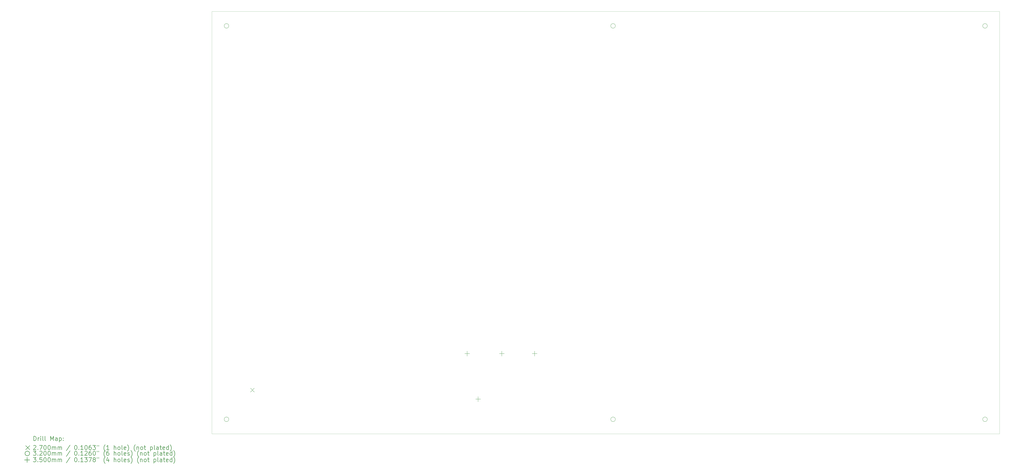
<source format=gbr>
%FSLAX45Y45*%
G04 Gerber Fmt 4.5, Leading zero omitted, Abs format (unit mm)*
G04 Created by KiCad (PCBNEW (5.1.10)-1) date 2022-04-25 14:41:34*
%MOMM*%
%LPD*%
G01*
G04 APERTURE LIST*
%TA.AperFunction,Profile*%
%ADD10C,0.100000*%
%TD*%
%ADD11C,0.200000*%
%ADD12C,0.300000*%
G04 APERTURE END LIST*
D10*
X2540000Y-31998920D02*
X2540000Y-31750000D01*
X55880000Y-31998920D02*
X2540000Y-31998920D01*
X57404000Y-31998920D02*
X55880000Y-31998920D01*
X57404000Y-31744920D02*
X57404000Y-31998920D01*
X57404000Y-31750000D02*
X57404000Y-31734760D01*
X57404000Y-2540000D02*
X57404000Y-31744920D01*
X57150000Y-2540000D02*
X57404000Y-2540000D01*
X2540000Y-31750000D02*
X2540000Y-2540000D01*
X2540000Y-2540000D02*
X57150000Y-2540000D01*
D11*
X5226940Y-28815700D02*
X5496940Y-29085700D01*
X5496940Y-28815700D02*
X5226940Y-29085700D01*
X3716000Y-3550920D02*
G75*
G03*
X3716000Y-3550920I-160000J0D01*
G01*
X3716000Y-30982920D02*
G75*
G03*
X3716000Y-30982920I-160000J0D01*
G01*
X30640000Y-3550920D02*
G75*
G03*
X30640000Y-3550920I-160000J0D01*
G01*
X30640000Y-30982920D02*
G75*
G03*
X30640000Y-30982920I-160000J0D01*
G01*
X56548000Y-3550920D02*
G75*
G03*
X56548000Y-3550920I-160000J0D01*
G01*
X56548000Y-30982920D02*
G75*
G03*
X56548000Y-30982920I-160000J0D01*
G01*
X20320000Y-26226000D02*
X20320000Y-26576000D01*
X20145000Y-26401000D02*
X20495000Y-26401000D01*
X21082000Y-29401000D02*
X21082000Y-29751000D01*
X20907000Y-29576000D02*
X21257000Y-29576000D01*
X22733000Y-26226000D02*
X22733000Y-26576000D01*
X22558000Y-26401000D02*
X22908000Y-26401000D01*
X25019000Y-26226000D02*
X25019000Y-26576000D01*
X24844000Y-26401000D02*
X25194000Y-26401000D01*
D12*
X-9869571Y-32469634D02*
X-9869571Y-32169634D01*
X-9798143Y-32169634D01*
X-9755286Y-32183920D01*
X-9726714Y-32212491D01*
X-9712429Y-32241063D01*
X-9698143Y-32298206D01*
X-9698143Y-32341063D01*
X-9712429Y-32398206D01*
X-9726714Y-32426777D01*
X-9755286Y-32455349D01*
X-9798143Y-32469634D01*
X-9869571Y-32469634D01*
X-9569571Y-32469634D02*
X-9569571Y-32269634D01*
X-9569571Y-32326777D02*
X-9555286Y-32298206D01*
X-9541000Y-32283920D01*
X-9512429Y-32269634D01*
X-9483857Y-32269634D01*
X-9383857Y-32469634D02*
X-9383857Y-32269634D01*
X-9383857Y-32169634D02*
X-9398143Y-32183920D01*
X-9383857Y-32198206D01*
X-9369571Y-32183920D01*
X-9383857Y-32169634D01*
X-9383857Y-32198206D01*
X-9198143Y-32469634D02*
X-9226714Y-32455349D01*
X-9241000Y-32426777D01*
X-9241000Y-32169634D01*
X-9041000Y-32469634D02*
X-9069571Y-32455349D01*
X-9083857Y-32426777D01*
X-9083857Y-32169634D01*
X-8698143Y-32469634D02*
X-8698143Y-32169634D01*
X-8598143Y-32383920D01*
X-8498143Y-32169634D01*
X-8498143Y-32469634D01*
X-8226714Y-32469634D02*
X-8226714Y-32312491D01*
X-8241000Y-32283920D01*
X-8269571Y-32269634D01*
X-8326714Y-32269634D01*
X-8355286Y-32283920D01*
X-8226714Y-32455349D02*
X-8255286Y-32469634D01*
X-8326714Y-32469634D01*
X-8355286Y-32455349D01*
X-8369571Y-32426777D01*
X-8369571Y-32398206D01*
X-8355286Y-32369634D01*
X-8326714Y-32355349D01*
X-8255286Y-32355349D01*
X-8226714Y-32341063D01*
X-8083857Y-32269634D02*
X-8083857Y-32569634D01*
X-8083857Y-32283920D02*
X-8055286Y-32269634D01*
X-7998143Y-32269634D01*
X-7969571Y-32283920D01*
X-7955286Y-32298206D01*
X-7941000Y-32326777D01*
X-7941000Y-32412491D01*
X-7955286Y-32441063D01*
X-7969571Y-32455349D01*
X-7998143Y-32469634D01*
X-8055286Y-32469634D01*
X-8083857Y-32455349D01*
X-7812428Y-32441063D02*
X-7798143Y-32455349D01*
X-7812428Y-32469634D01*
X-7826714Y-32455349D01*
X-7812428Y-32441063D01*
X-7812428Y-32469634D01*
X-7812428Y-32283920D02*
X-7798143Y-32298206D01*
X-7812428Y-32312491D01*
X-7826714Y-32298206D01*
X-7812428Y-32283920D01*
X-7812428Y-32312491D01*
X-10426000Y-32828920D02*
X-10156000Y-33098920D01*
X-10156000Y-32828920D02*
X-10426000Y-33098920D01*
X-9883857Y-32828206D02*
X-9869571Y-32813920D01*
X-9841000Y-32799634D01*
X-9769571Y-32799634D01*
X-9741000Y-32813920D01*
X-9726714Y-32828206D01*
X-9712429Y-32856777D01*
X-9712429Y-32885349D01*
X-9726714Y-32928206D01*
X-9898143Y-33099634D01*
X-9712429Y-33099634D01*
X-9583857Y-33071063D02*
X-9569571Y-33085349D01*
X-9583857Y-33099634D01*
X-9598143Y-33085349D01*
X-9583857Y-33071063D01*
X-9583857Y-33099634D01*
X-9469571Y-32799634D02*
X-9269571Y-32799634D01*
X-9398143Y-33099634D01*
X-9098143Y-32799634D02*
X-9069571Y-32799634D01*
X-9041000Y-32813920D01*
X-9026714Y-32828206D01*
X-9012429Y-32856777D01*
X-8998143Y-32913920D01*
X-8998143Y-32985349D01*
X-9012429Y-33042491D01*
X-9026714Y-33071063D01*
X-9041000Y-33085349D01*
X-9069571Y-33099634D01*
X-9098143Y-33099634D01*
X-9126714Y-33085349D01*
X-9141000Y-33071063D01*
X-9155286Y-33042491D01*
X-9169571Y-32985349D01*
X-9169571Y-32913920D01*
X-9155286Y-32856777D01*
X-9141000Y-32828206D01*
X-9126714Y-32813920D01*
X-9098143Y-32799634D01*
X-8812429Y-32799634D02*
X-8783857Y-32799634D01*
X-8755286Y-32813920D01*
X-8741000Y-32828206D01*
X-8726714Y-32856777D01*
X-8712429Y-32913920D01*
X-8712429Y-32985349D01*
X-8726714Y-33042491D01*
X-8741000Y-33071063D01*
X-8755286Y-33085349D01*
X-8783857Y-33099634D01*
X-8812429Y-33099634D01*
X-8841000Y-33085349D01*
X-8855286Y-33071063D01*
X-8869571Y-33042491D01*
X-8883857Y-32985349D01*
X-8883857Y-32913920D01*
X-8869571Y-32856777D01*
X-8855286Y-32828206D01*
X-8841000Y-32813920D01*
X-8812429Y-32799634D01*
X-8583857Y-33099634D02*
X-8583857Y-32899634D01*
X-8583857Y-32928206D02*
X-8569571Y-32913920D01*
X-8541000Y-32899634D01*
X-8498143Y-32899634D01*
X-8469571Y-32913920D01*
X-8455286Y-32942491D01*
X-8455286Y-33099634D01*
X-8455286Y-32942491D02*
X-8441000Y-32913920D01*
X-8412429Y-32899634D01*
X-8369571Y-32899634D01*
X-8341000Y-32913920D01*
X-8326714Y-32942491D01*
X-8326714Y-33099634D01*
X-8183857Y-33099634D02*
X-8183857Y-32899634D01*
X-8183857Y-32928206D02*
X-8169571Y-32913920D01*
X-8141000Y-32899634D01*
X-8098143Y-32899634D01*
X-8069571Y-32913920D01*
X-8055286Y-32942491D01*
X-8055286Y-33099634D01*
X-8055286Y-32942491D02*
X-8041000Y-32913920D01*
X-8012428Y-32899634D01*
X-7969571Y-32899634D01*
X-7941000Y-32913920D01*
X-7926714Y-32942491D01*
X-7926714Y-33099634D01*
X-7341000Y-32785349D02*
X-7598143Y-33171063D01*
X-6955286Y-32799634D02*
X-6926714Y-32799634D01*
X-6898143Y-32813920D01*
X-6883857Y-32828206D01*
X-6869571Y-32856777D01*
X-6855286Y-32913920D01*
X-6855286Y-32985349D01*
X-6869571Y-33042491D01*
X-6883857Y-33071063D01*
X-6898143Y-33085349D01*
X-6926714Y-33099634D01*
X-6955286Y-33099634D01*
X-6983857Y-33085349D01*
X-6998143Y-33071063D01*
X-7012428Y-33042491D01*
X-7026714Y-32985349D01*
X-7026714Y-32913920D01*
X-7012428Y-32856777D01*
X-6998143Y-32828206D01*
X-6983857Y-32813920D01*
X-6955286Y-32799634D01*
X-6726714Y-33071063D02*
X-6712428Y-33085349D01*
X-6726714Y-33099634D01*
X-6741000Y-33085349D01*
X-6726714Y-33071063D01*
X-6726714Y-33099634D01*
X-6426714Y-33099634D02*
X-6598143Y-33099634D01*
X-6512428Y-33099634D02*
X-6512428Y-32799634D01*
X-6541000Y-32842491D01*
X-6569571Y-32871063D01*
X-6598143Y-32885349D01*
X-6241000Y-32799634D02*
X-6212428Y-32799634D01*
X-6183857Y-32813920D01*
X-6169571Y-32828206D01*
X-6155286Y-32856777D01*
X-6141000Y-32913920D01*
X-6141000Y-32985349D01*
X-6155286Y-33042491D01*
X-6169571Y-33071063D01*
X-6183857Y-33085349D01*
X-6212428Y-33099634D01*
X-6241000Y-33099634D01*
X-6269571Y-33085349D01*
X-6283857Y-33071063D01*
X-6298143Y-33042491D01*
X-6312428Y-32985349D01*
X-6312428Y-32913920D01*
X-6298143Y-32856777D01*
X-6283857Y-32828206D01*
X-6269571Y-32813920D01*
X-6241000Y-32799634D01*
X-5883857Y-32799634D02*
X-5941000Y-32799634D01*
X-5969571Y-32813920D01*
X-5983857Y-32828206D01*
X-6012428Y-32871063D01*
X-6026714Y-32928206D01*
X-6026714Y-33042491D01*
X-6012428Y-33071063D01*
X-5998143Y-33085349D01*
X-5969571Y-33099634D01*
X-5912428Y-33099634D01*
X-5883857Y-33085349D01*
X-5869571Y-33071063D01*
X-5855286Y-33042491D01*
X-5855286Y-32971063D01*
X-5869571Y-32942491D01*
X-5883857Y-32928206D01*
X-5912428Y-32913920D01*
X-5969571Y-32913920D01*
X-5998143Y-32928206D01*
X-6012428Y-32942491D01*
X-6026714Y-32971063D01*
X-5755286Y-32799634D02*
X-5569571Y-32799634D01*
X-5669571Y-32913920D01*
X-5626714Y-32913920D01*
X-5598143Y-32928206D01*
X-5583857Y-32942491D01*
X-5569571Y-32971063D01*
X-5569571Y-33042491D01*
X-5583857Y-33071063D01*
X-5598143Y-33085349D01*
X-5626714Y-33099634D01*
X-5712428Y-33099634D01*
X-5741000Y-33085349D01*
X-5755286Y-33071063D01*
X-5455286Y-32799634D02*
X-5455286Y-32856777D01*
X-5341000Y-32799634D02*
X-5341000Y-32856777D01*
X-4898143Y-33213920D02*
X-4912429Y-33199634D01*
X-4941000Y-33156777D01*
X-4955286Y-33128206D01*
X-4969571Y-33085349D01*
X-4983857Y-33013920D01*
X-4983857Y-32956777D01*
X-4969571Y-32885349D01*
X-4955286Y-32842491D01*
X-4941000Y-32813920D01*
X-4912429Y-32771063D01*
X-4898143Y-32756777D01*
X-4626714Y-33099634D02*
X-4798143Y-33099634D01*
X-4712429Y-33099634D02*
X-4712429Y-32799634D01*
X-4741000Y-32842491D01*
X-4769571Y-32871063D01*
X-4798143Y-32885349D01*
X-4269571Y-33099634D02*
X-4269571Y-32799634D01*
X-4141000Y-33099634D02*
X-4141000Y-32942491D01*
X-4155286Y-32913920D01*
X-4183857Y-32899634D01*
X-4226714Y-32899634D01*
X-4255286Y-32913920D01*
X-4269571Y-32928206D01*
X-3955286Y-33099634D02*
X-3983857Y-33085349D01*
X-3998143Y-33071063D01*
X-4012428Y-33042491D01*
X-4012428Y-32956777D01*
X-3998143Y-32928206D01*
X-3983857Y-32913920D01*
X-3955286Y-32899634D01*
X-3912428Y-32899634D01*
X-3883857Y-32913920D01*
X-3869571Y-32928206D01*
X-3855286Y-32956777D01*
X-3855286Y-33042491D01*
X-3869571Y-33071063D01*
X-3883857Y-33085349D01*
X-3912428Y-33099634D01*
X-3955286Y-33099634D01*
X-3683857Y-33099634D02*
X-3712428Y-33085349D01*
X-3726714Y-33056777D01*
X-3726714Y-32799634D01*
X-3455286Y-33085349D02*
X-3483857Y-33099634D01*
X-3541000Y-33099634D01*
X-3569571Y-33085349D01*
X-3583857Y-33056777D01*
X-3583857Y-32942491D01*
X-3569571Y-32913920D01*
X-3541000Y-32899634D01*
X-3483857Y-32899634D01*
X-3455286Y-32913920D01*
X-3441000Y-32942491D01*
X-3441000Y-32971063D01*
X-3583857Y-32999634D01*
X-3341000Y-33213920D02*
X-3326714Y-33199634D01*
X-3298143Y-33156777D01*
X-3283857Y-33128206D01*
X-3269571Y-33085349D01*
X-3255286Y-33013920D01*
X-3255286Y-32956777D01*
X-3269571Y-32885349D01*
X-3283857Y-32842491D01*
X-3298143Y-32813920D01*
X-3326714Y-32771063D01*
X-3341000Y-32756777D01*
X-2798143Y-33213920D02*
X-2812428Y-33199634D01*
X-2841000Y-33156777D01*
X-2855286Y-33128206D01*
X-2869571Y-33085349D01*
X-2883857Y-33013920D01*
X-2883857Y-32956777D01*
X-2869571Y-32885349D01*
X-2855286Y-32842491D01*
X-2841000Y-32813920D01*
X-2812428Y-32771063D01*
X-2798143Y-32756777D01*
X-2683857Y-32899634D02*
X-2683857Y-33099634D01*
X-2683857Y-32928206D02*
X-2669571Y-32913920D01*
X-2641000Y-32899634D01*
X-2598143Y-32899634D01*
X-2569571Y-32913920D01*
X-2555286Y-32942491D01*
X-2555286Y-33099634D01*
X-2369571Y-33099634D02*
X-2398143Y-33085349D01*
X-2412429Y-33071063D01*
X-2426714Y-33042491D01*
X-2426714Y-32956777D01*
X-2412429Y-32928206D01*
X-2398143Y-32913920D01*
X-2369571Y-32899634D01*
X-2326714Y-32899634D01*
X-2298143Y-32913920D01*
X-2283857Y-32928206D01*
X-2269571Y-32956777D01*
X-2269571Y-33042491D01*
X-2283857Y-33071063D01*
X-2298143Y-33085349D01*
X-2326714Y-33099634D01*
X-2369571Y-33099634D01*
X-2183857Y-32899634D02*
X-2069571Y-32899634D01*
X-2141000Y-32799634D02*
X-2141000Y-33056777D01*
X-2126714Y-33085349D01*
X-2098143Y-33099634D01*
X-2069571Y-33099634D01*
X-1741000Y-32899634D02*
X-1741000Y-33199634D01*
X-1741000Y-32913920D02*
X-1712428Y-32899634D01*
X-1655286Y-32899634D01*
X-1626714Y-32913920D01*
X-1612428Y-32928206D01*
X-1598143Y-32956777D01*
X-1598143Y-33042491D01*
X-1612428Y-33071063D01*
X-1626714Y-33085349D01*
X-1655286Y-33099634D01*
X-1712428Y-33099634D01*
X-1741000Y-33085349D01*
X-1426714Y-33099634D02*
X-1455286Y-33085349D01*
X-1469571Y-33056777D01*
X-1469571Y-32799634D01*
X-1183857Y-33099634D02*
X-1183857Y-32942491D01*
X-1198143Y-32913920D01*
X-1226714Y-32899634D01*
X-1283857Y-32899634D01*
X-1312429Y-32913920D01*
X-1183857Y-33085349D02*
X-1212429Y-33099634D01*
X-1283857Y-33099634D01*
X-1312429Y-33085349D01*
X-1326714Y-33056777D01*
X-1326714Y-33028206D01*
X-1312429Y-32999634D01*
X-1283857Y-32985349D01*
X-1212429Y-32985349D01*
X-1183857Y-32971063D01*
X-1083857Y-32899634D02*
X-969571Y-32899634D01*
X-1041000Y-32799634D02*
X-1041000Y-33056777D01*
X-1026714Y-33085349D01*
X-998143Y-33099634D01*
X-969571Y-33099634D01*
X-755286Y-33085349D02*
X-783857Y-33099634D01*
X-841000Y-33099634D01*
X-869571Y-33085349D01*
X-883857Y-33056777D01*
X-883857Y-32942491D01*
X-869571Y-32913920D01*
X-841000Y-32899634D01*
X-783857Y-32899634D01*
X-755286Y-32913920D01*
X-741000Y-32942491D01*
X-741000Y-32971063D01*
X-883857Y-32999634D01*
X-483857Y-33099634D02*
X-483857Y-32799634D01*
X-483857Y-33085349D02*
X-512428Y-33099634D01*
X-569571Y-33099634D01*
X-598143Y-33085349D01*
X-612429Y-33071063D01*
X-626714Y-33042491D01*
X-626714Y-32956777D01*
X-612429Y-32928206D01*
X-598143Y-32913920D01*
X-569571Y-32899634D01*
X-512428Y-32899634D01*
X-483857Y-32913920D01*
X-369571Y-33213920D02*
X-355286Y-33199634D01*
X-326714Y-33156777D01*
X-312429Y-33128206D01*
X-298143Y-33085349D01*
X-283857Y-33013920D01*
X-283857Y-32956777D01*
X-298143Y-32885349D01*
X-312429Y-32842491D01*
X-326714Y-32813920D01*
X-355286Y-32771063D01*
X-369571Y-32756777D01*
X-10156000Y-33363920D02*
G75*
G03*
X-10156000Y-33363920I-160000J0D01*
G01*
X-9898143Y-33199634D02*
X-9712429Y-33199634D01*
X-9812429Y-33313920D01*
X-9769571Y-33313920D01*
X-9741000Y-33328206D01*
X-9726714Y-33342491D01*
X-9712429Y-33371063D01*
X-9712429Y-33442491D01*
X-9726714Y-33471063D01*
X-9741000Y-33485349D01*
X-9769571Y-33499634D01*
X-9855286Y-33499634D01*
X-9883857Y-33485349D01*
X-9898143Y-33471063D01*
X-9583857Y-33471063D02*
X-9569571Y-33485349D01*
X-9583857Y-33499634D01*
X-9598143Y-33485349D01*
X-9583857Y-33471063D01*
X-9583857Y-33499634D01*
X-9455286Y-33228206D02*
X-9441000Y-33213920D01*
X-9412429Y-33199634D01*
X-9341000Y-33199634D01*
X-9312429Y-33213920D01*
X-9298143Y-33228206D01*
X-9283857Y-33256777D01*
X-9283857Y-33285349D01*
X-9298143Y-33328206D01*
X-9469571Y-33499634D01*
X-9283857Y-33499634D01*
X-9098143Y-33199634D02*
X-9069571Y-33199634D01*
X-9041000Y-33213920D01*
X-9026714Y-33228206D01*
X-9012429Y-33256777D01*
X-8998143Y-33313920D01*
X-8998143Y-33385349D01*
X-9012429Y-33442491D01*
X-9026714Y-33471063D01*
X-9041000Y-33485349D01*
X-9069571Y-33499634D01*
X-9098143Y-33499634D01*
X-9126714Y-33485349D01*
X-9141000Y-33471063D01*
X-9155286Y-33442491D01*
X-9169571Y-33385349D01*
X-9169571Y-33313920D01*
X-9155286Y-33256777D01*
X-9141000Y-33228206D01*
X-9126714Y-33213920D01*
X-9098143Y-33199634D01*
X-8812429Y-33199634D02*
X-8783857Y-33199634D01*
X-8755286Y-33213920D01*
X-8741000Y-33228206D01*
X-8726714Y-33256777D01*
X-8712429Y-33313920D01*
X-8712429Y-33385349D01*
X-8726714Y-33442491D01*
X-8741000Y-33471063D01*
X-8755286Y-33485349D01*
X-8783857Y-33499634D01*
X-8812429Y-33499634D01*
X-8841000Y-33485349D01*
X-8855286Y-33471063D01*
X-8869571Y-33442491D01*
X-8883857Y-33385349D01*
X-8883857Y-33313920D01*
X-8869571Y-33256777D01*
X-8855286Y-33228206D01*
X-8841000Y-33213920D01*
X-8812429Y-33199634D01*
X-8583857Y-33499634D02*
X-8583857Y-33299634D01*
X-8583857Y-33328206D02*
X-8569571Y-33313920D01*
X-8541000Y-33299634D01*
X-8498143Y-33299634D01*
X-8469571Y-33313920D01*
X-8455286Y-33342491D01*
X-8455286Y-33499634D01*
X-8455286Y-33342491D02*
X-8441000Y-33313920D01*
X-8412429Y-33299634D01*
X-8369571Y-33299634D01*
X-8341000Y-33313920D01*
X-8326714Y-33342491D01*
X-8326714Y-33499634D01*
X-8183857Y-33499634D02*
X-8183857Y-33299634D01*
X-8183857Y-33328206D02*
X-8169571Y-33313920D01*
X-8141000Y-33299634D01*
X-8098143Y-33299634D01*
X-8069571Y-33313920D01*
X-8055286Y-33342491D01*
X-8055286Y-33499634D01*
X-8055286Y-33342491D02*
X-8041000Y-33313920D01*
X-8012428Y-33299634D01*
X-7969571Y-33299634D01*
X-7941000Y-33313920D01*
X-7926714Y-33342491D01*
X-7926714Y-33499634D01*
X-7341000Y-33185349D02*
X-7598143Y-33571063D01*
X-6955286Y-33199634D02*
X-6926714Y-33199634D01*
X-6898143Y-33213920D01*
X-6883857Y-33228206D01*
X-6869571Y-33256777D01*
X-6855286Y-33313920D01*
X-6855286Y-33385349D01*
X-6869571Y-33442491D01*
X-6883857Y-33471063D01*
X-6898143Y-33485349D01*
X-6926714Y-33499634D01*
X-6955286Y-33499634D01*
X-6983857Y-33485349D01*
X-6998143Y-33471063D01*
X-7012428Y-33442491D01*
X-7026714Y-33385349D01*
X-7026714Y-33313920D01*
X-7012428Y-33256777D01*
X-6998143Y-33228206D01*
X-6983857Y-33213920D01*
X-6955286Y-33199634D01*
X-6726714Y-33471063D02*
X-6712428Y-33485349D01*
X-6726714Y-33499634D01*
X-6741000Y-33485349D01*
X-6726714Y-33471063D01*
X-6726714Y-33499634D01*
X-6426714Y-33499634D02*
X-6598143Y-33499634D01*
X-6512428Y-33499634D02*
X-6512428Y-33199634D01*
X-6541000Y-33242491D01*
X-6569571Y-33271063D01*
X-6598143Y-33285349D01*
X-6312428Y-33228206D02*
X-6298143Y-33213920D01*
X-6269571Y-33199634D01*
X-6198143Y-33199634D01*
X-6169571Y-33213920D01*
X-6155286Y-33228206D01*
X-6141000Y-33256777D01*
X-6141000Y-33285349D01*
X-6155286Y-33328206D01*
X-6326714Y-33499634D01*
X-6141000Y-33499634D01*
X-5883857Y-33199634D02*
X-5941000Y-33199634D01*
X-5969571Y-33213920D01*
X-5983857Y-33228206D01*
X-6012428Y-33271063D01*
X-6026714Y-33328206D01*
X-6026714Y-33442491D01*
X-6012428Y-33471063D01*
X-5998143Y-33485349D01*
X-5969571Y-33499634D01*
X-5912428Y-33499634D01*
X-5883857Y-33485349D01*
X-5869571Y-33471063D01*
X-5855286Y-33442491D01*
X-5855286Y-33371063D01*
X-5869571Y-33342491D01*
X-5883857Y-33328206D01*
X-5912428Y-33313920D01*
X-5969571Y-33313920D01*
X-5998143Y-33328206D01*
X-6012428Y-33342491D01*
X-6026714Y-33371063D01*
X-5669571Y-33199634D02*
X-5641000Y-33199634D01*
X-5612428Y-33213920D01*
X-5598143Y-33228206D01*
X-5583857Y-33256777D01*
X-5569571Y-33313920D01*
X-5569571Y-33385349D01*
X-5583857Y-33442491D01*
X-5598143Y-33471063D01*
X-5612428Y-33485349D01*
X-5641000Y-33499634D01*
X-5669571Y-33499634D01*
X-5698143Y-33485349D01*
X-5712428Y-33471063D01*
X-5726714Y-33442491D01*
X-5741000Y-33385349D01*
X-5741000Y-33313920D01*
X-5726714Y-33256777D01*
X-5712428Y-33228206D01*
X-5698143Y-33213920D01*
X-5669571Y-33199634D01*
X-5455286Y-33199634D02*
X-5455286Y-33256777D01*
X-5341000Y-33199634D02*
X-5341000Y-33256777D01*
X-4898143Y-33613920D02*
X-4912429Y-33599634D01*
X-4941000Y-33556777D01*
X-4955286Y-33528206D01*
X-4969571Y-33485349D01*
X-4983857Y-33413920D01*
X-4983857Y-33356777D01*
X-4969571Y-33285349D01*
X-4955286Y-33242491D01*
X-4941000Y-33213920D01*
X-4912429Y-33171063D01*
X-4898143Y-33156777D01*
X-4655286Y-33199634D02*
X-4712429Y-33199634D01*
X-4741000Y-33213920D01*
X-4755286Y-33228206D01*
X-4783857Y-33271063D01*
X-4798143Y-33328206D01*
X-4798143Y-33442491D01*
X-4783857Y-33471063D01*
X-4769571Y-33485349D01*
X-4741000Y-33499634D01*
X-4683857Y-33499634D01*
X-4655286Y-33485349D01*
X-4641000Y-33471063D01*
X-4626714Y-33442491D01*
X-4626714Y-33371063D01*
X-4641000Y-33342491D01*
X-4655286Y-33328206D01*
X-4683857Y-33313920D01*
X-4741000Y-33313920D01*
X-4769571Y-33328206D01*
X-4783857Y-33342491D01*
X-4798143Y-33371063D01*
X-4269571Y-33499634D02*
X-4269571Y-33199634D01*
X-4141000Y-33499634D02*
X-4141000Y-33342491D01*
X-4155286Y-33313920D01*
X-4183857Y-33299634D01*
X-4226714Y-33299634D01*
X-4255286Y-33313920D01*
X-4269571Y-33328206D01*
X-3955286Y-33499634D02*
X-3983857Y-33485349D01*
X-3998143Y-33471063D01*
X-4012428Y-33442491D01*
X-4012428Y-33356777D01*
X-3998143Y-33328206D01*
X-3983857Y-33313920D01*
X-3955286Y-33299634D01*
X-3912428Y-33299634D01*
X-3883857Y-33313920D01*
X-3869571Y-33328206D01*
X-3855286Y-33356777D01*
X-3855286Y-33442491D01*
X-3869571Y-33471063D01*
X-3883857Y-33485349D01*
X-3912428Y-33499634D01*
X-3955286Y-33499634D01*
X-3683857Y-33499634D02*
X-3712428Y-33485349D01*
X-3726714Y-33456777D01*
X-3726714Y-33199634D01*
X-3455286Y-33485349D02*
X-3483857Y-33499634D01*
X-3541000Y-33499634D01*
X-3569571Y-33485349D01*
X-3583857Y-33456777D01*
X-3583857Y-33342491D01*
X-3569571Y-33313920D01*
X-3541000Y-33299634D01*
X-3483857Y-33299634D01*
X-3455286Y-33313920D01*
X-3441000Y-33342491D01*
X-3441000Y-33371063D01*
X-3583857Y-33399634D01*
X-3326714Y-33485349D02*
X-3298143Y-33499634D01*
X-3241000Y-33499634D01*
X-3212428Y-33485349D01*
X-3198143Y-33456777D01*
X-3198143Y-33442491D01*
X-3212428Y-33413920D01*
X-3241000Y-33399634D01*
X-3283857Y-33399634D01*
X-3312428Y-33385349D01*
X-3326714Y-33356777D01*
X-3326714Y-33342491D01*
X-3312428Y-33313920D01*
X-3283857Y-33299634D01*
X-3241000Y-33299634D01*
X-3212428Y-33313920D01*
X-3098143Y-33613920D02*
X-3083857Y-33599634D01*
X-3055286Y-33556777D01*
X-3041000Y-33528206D01*
X-3026714Y-33485349D01*
X-3012428Y-33413920D01*
X-3012428Y-33356777D01*
X-3026714Y-33285349D01*
X-3041000Y-33242491D01*
X-3055286Y-33213920D01*
X-3083857Y-33171063D01*
X-3098143Y-33156777D01*
X-2555286Y-33613920D02*
X-2569571Y-33599634D01*
X-2598143Y-33556777D01*
X-2612429Y-33528206D01*
X-2626714Y-33485349D01*
X-2641000Y-33413920D01*
X-2641000Y-33356777D01*
X-2626714Y-33285349D01*
X-2612429Y-33242491D01*
X-2598143Y-33213920D01*
X-2569571Y-33171063D01*
X-2555286Y-33156777D01*
X-2441000Y-33299634D02*
X-2441000Y-33499634D01*
X-2441000Y-33328206D02*
X-2426714Y-33313920D01*
X-2398143Y-33299634D01*
X-2355286Y-33299634D01*
X-2326714Y-33313920D01*
X-2312429Y-33342491D01*
X-2312429Y-33499634D01*
X-2126714Y-33499634D02*
X-2155286Y-33485349D01*
X-2169571Y-33471063D01*
X-2183857Y-33442491D01*
X-2183857Y-33356777D01*
X-2169571Y-33328206D01*
X-2155286Y-33313920D01*
X-2126714Y-33299634D01*
X-2083857Y-33299634D01*
X-2055286Y-33313920D01*
X-2041000Y-33328206D01*
X-2026714Y-33356777D01*
X-2026714Y-33442491D01*
X-2041000Y-33471063D01*
X-2055286Y-33485349D01*
X-2083857Y-33499634D01*
X-2126714Y-33499634D01*
X-1941000Y-33299634D02*
X-1826714Y-33299634D01*
X-1898143Y-33199634D02*
X-1898143Y-33456777D01*
X-1883857Y-33485349D01*
X-1855286Y-33499634D01*
X-1826714Y-33499634D01*
X-1498143Y-33299634D02*
X-1498143Y-33599634D01*
X-1498143Y-33313920D02*
X-1469571Y-33299634D01*
X-1412428Y-33299634D01*
X-1383857Y-33313920D01*
X-1369571Y-33328206D01*
X-1355286Y-33356777D01*
X-1355286Y-33442491D01*
X-1369571Y-33471063D01*
X-1383857Y-33485349D01*
X-1412428Y-33499634D01*
X-1469571Y-33499634D01*
X-1498143Y-33485349D01*
X-1183857Y-33499634D02*
X-1212429Y-33485349D01*
X-1226714Y-33456777D01*
X-1226714Y-33199634D01*
X-941000Y-33499634D02*
X-941000Y-33342491D01*
X-955286Y-33313920D01*
X-983857Y-33299634D01*
X-1041000Y-33299634D01*
X-1069571Y-33313920D01*
X-941000Y-33485349D02*
X-969571Y-33499634D01*
X-1041000Y-33499634D01*
X-1069571Y-33485349D01*
X-1083857Y-33456777D01*
X-1083857Y-33428206D01*
X-1069571Y-33399634D01*
X-1041000Y-33385349D01*
X-969571Y-33385349D01*
X-941000Y-33371063D01*
X-841000Y-33299634D02*
X-726714Y-33299634D01*
X-798143Y-33199634D02*
X-798143Y-33456777D01*
X-783857Y-33485349D01*
X-755286Y-33499634D01*
X-726714Y-33499634D01*
X-512428Y-33485349D02*
X-541000Y-33499634D01*
X-598143Y-33499634D01*
X-626714Y-33485349D01*
X-641000Y-33456777D01*
X-641000Y-33342491D01*
X-626714Y-33313920D01*
X-598143Y-33299634D01*
X-541000Y-33299634D01*
X-512428Y-33313920D01*
X-498143Y-33342491D01*
X-498143Y-33371063D01*
X-641000Y-33399634D01*
X-241000Y-33499634D02*
X-241000Y-33199634D01*
X-241000Y-33485349D02*
X-269571Y-33499634D01*
X-326714Y-33499634D01*
X-355286Y-33485349D01*
X-369571Y-33471063D01*
X-383857Y-33442491D01*
X-383857Y-33356777D01*
X-369571Y-33328206D01*
X-355286Y-33313920D01*
X-326714Y-33299634D01*
X-269571Y-33299634D01*
X-241000Y-33313920D01*
X-126714Y-33613920D02*
X-112428Y-33599634D01*
X-83857Y-33556777D01*
X-69571Y-33528206D01*
X-55286Y-33485349D01*
X-41000Y-33413920D01*
X-41000Y-33356777D01*
X-55286Y-33285349D01*
X-69571Y-33242491D01*
X-83857Y-33213920D01*
X-112428Y-33171063D01*
X-126714Y-33156777D01*
X-10331000Y-33638920D02*
X-10331000Y-33988920D01*
X-10506000Y-33813920D02*
X-10156000Y-33813920D01*
X-9898143Y-33649634D02*
X-9712429Y-33649634D01*
X-9812429Y-33763920D01*
X-9769571Y-33763920D01*
X-9741000Y-33778206D01*
X-9726714Y-33792492D01*
X-9712429Y-33821063D01*
X-9712429Y-33892492D01*
X-9726714Y-33921063D01*
X-9741000Y-33935349D01*
X-9769571Y-33949634D01*
X-9855286Y-33949634D01*
X-9883857Y-33935349D01*
X-9898143Y-33921063D01*
X-9583857Y-33921063D02*
X-9569571Y-33935349D01*
X-9583857Y-33949634D01*
X-9598143Y-33935349D01*
X-9583857Y-33921063D01*
X-9583857Y-33949634D01*
X-9298143Y-33649634D02*
X-9441000Y-33649634D01*
X-9455286Y-33792492D01*
X-9441000Y-33778206D01*
X-9412429Y-33763920D01*
X-9341000Y-33763920D01*
X-9312429Y-33778206D01*
X-9298143Y-33792492D01*
X-9283857Y-33821063D01*
X-9283857Y-33892492D01*
X-9298143Y-33921063D01*
X-9312429Y-33935349D01*
X-9341000Y-33949634D01*
X-9412429Y-33949634D01*
X-9441000Y-33935349D01*
X-9455286Y-33921063D01*
X-9098143Y-33649634D02*
X-9069571Y-33649634D01*
X-9041000Y-33663920D01*
X-9026714Y-33678206D01*
X-9012429Y-33706777D01*
X-8998143Y-33763920D01*
X-8998143Y-33835349D01*
X-9012429Y-33892492D01*
X-9026714Y-33921063D01*
X-9041000Y-33935349D01*
X-9069571Y-33949634D01*
X-9098143Y-33949634D01*
X-9126714Y-33935349D01*
X-9141000Y-33921063D01*
X-9155286Y-33892492D01*
X-9169571Y-33835349D01*
X-9169571Y-33763920D01*
X-9155286Y-33706777D01*
X-9141000Y-33678206D01*
X-9126714Y-33663920D01*
X-9098143Y-33649634D01*
X-8812429Y-33649634D02*
X-8783857Y-33649634D01*
X-8755286Y-33663920D01*
X-8741000Y-33678206D01*
X-8726714Y-33706777D01*
X-8712429Y-33763920D01*
X-8712429Y-33835349D01*
X-8726714Y-33892492D01*
X-8741000Y-33921063D01*
X-8755286Y-33935349D01*
X-8783857Y-33949634D01*
X-8812429Y-33949634D01*
X-8841000Y-33935349D01*
X-8855286Y-33921063D01*
X-8869571Y-33892492D01*
X-8883857Y-33835349D01*
X-8883857Y-33763920D01*
X-8869571Y-33706777D01*
X-8855286Y-33678206D01*
X-8841000Y-33663920D01*
X-8812429Y-33649634D01*
X-8583857Y-33949634D02*
X-8583857Y-33749634D01*
X-8583857Y-33778206D02*
X-8569571Y-33763920D01*
X-8541000Y-33749634D01*
X-8498143Y-33749634D01*
X-8469571Y-33763920D01*
X-8455286Y-33792492D01*
X-8455286Y-33949634D01*
X-8455286Y-33792492D02*
X-8441000Y-33763920D01*
X-8412429Y-33749634D01*
X-8369571Y-33749634D01*
X-8341000Y-33763920D01*
X-8326714Y-33792492D01*
X-8326714Y-33949634D01*
X-8183857Y-33949634D02*
X-8183857Y-33749634D01*
X-8183857Y-33778206D02*
X-8169571Y-33763920D01*
X-8141000Y-33749634D01*
X-8098143Y-33749634D01*
X-8069571Y-33763920D01*
X-8055286Y-33792492D01*
X-8055286Y-33949634D01*
X-8055286Y-33792492D02*
X-8041000Y-33763920D01*
X-8012428Y-33749634D01*
X-7969571Y-33749634D01*
X-7941000Y-33763920D01*
X-7926714Y-33792492D01*
X-7926714Y-33949634D01*
X-7341000Y-33635349D02*
X-7598143Y-34021063D01*
X-6955286Y-33649634D02*
X-6926714Y-33649634D01*
X-6898143Y-33663920D01*
X-6883857Y-33678206D01*
X-6869571Y-33706777D01*
X-6855286Y-33763920D01*
X-6855286Y-33835349D01*
X-6869571Y-33892492D01*
X-6883857Y-33921063D01*
X-6898143Y-33935349D01*
X-6926714Y-33949634D01*
X-6955286Y-33949634D01*
X-6983857Y-33935349D01*
X-6998143Y-33921063D01*
X-7012428Y-33892492D01*
X-7026714Y-33835349D01*
X-7026714Y-33763920D01*
X-7012428Y-33706777D01*
X-6998143Y-33678206D01*
X-6983857Y-33663920D01*
X-6955286Y-33649634D01*
X-6726714Y-33921063D02*
X-6712428Y-33935349D01*
X-6726714Y-33949634D01*
X-6741000Y-33935349D01*
X-6726714Y-33921063D01*
X-6726714Y-33949634D01*
X-6426714Y-33949634D02*
X-6598143Y-33949634D01*
X-6512428Y-33949634D02*
X-6512428Y-33649634D01*
X-6541000Y-33692492D01*
X-6569571Y-33721063D01*
X-6598143Y-33735349D01*
X-6326714Y-33649634D02*
X-6141000Y-33649634D01*
X-6241000Y-33763920D01*
X-6198143Y-33763920D01*
X-6169571Y-33778206D01*
X-6155286Y-33792492D01*
X-6141000Y-33821063D01*
X-6141000Y-33892492D01*
X-6155286Y-33921063D01*
X-6169571Y-33935349D01*
X-6198143Y-33949634D01*
X-6283857Y-33949634D01*
X-6312428Y-33935349D01*
X-6326714Y-33921063D01*
X-6041000Y-33649634D02*
X-5841000Y-33649634D01*
X-5969571Y-33949634D01*
X-5683857Y-33778206D02*
X-5712428Y-33763920D01*
X-5726714Y-33749634D01*
X-5741000Y-33721063D01*
X-5741000Y-33706777D01*
X-5726714Y-33678206D01*
X-5712428Y-33663920D01*
X-5683857Y-33649634D01*
X-5626714Y-33649634D01*
X-5598143Y-33663920D01*
X-5583857Y-33678206D01*
X-5569571Y-33706777D01*
X-5569571Y-33721063D01*
X-5583857Y-33749634D01*
X-5598143Y-33763920D01*
X-5626714Y-33778206D01*
X-5683857Y-33778206D01*
X-5712428Y-33792492D01*
X-5726714Y-33806777D01*
X-5741000Y-33835349D01*
X-5741000Y-33892492D01*
X-5726714Y-33921063D01*
X-5712428Y-33935349D01*
X-5683857Y-33949634D01*
X-5626714Y-33949634D01*
X-5598143Y-33935349D01*
X-5583857Y-33921063D01*
X-5569571Y-33892492D01*
X-5569571Y-33835349D01*
X-5583857Y-33806777D01*
X-5598143Y-33792492D01*
X-5626714Y-33778206D01*
X-5455286Y-33649634D02*
X-5455286Y-33706777D01*
X-5341000Y-33649634D02*
X-5341000Y-33706777D01*
X-4898143Y-34063920D02*
X-4912429Y-34049634D01*
X-4941000Y-34006777D01*
X-4955286Y-33978206D01*
X-4969571Y-33935349D01*
X-4983857Y-33863920D01*
X-4983857Y-33806777D01*
X-4969571Y-33735349D01*
X-4955286Y-33692492D01*
X-4941000Y-33663920D01*
X-4912429Y-33621063D01*
X-4898143Y-33606777D01*
X-4655286Y-33749634D02*
X-4655286Y-33949634D01*
X-4726714Y-33635349D02*
X-4798143Y-33849634D01*
X-4612429Y-33849634D01*
X-4269571Y-33949634D02*
X-4269571Y-33649634D01*
X-4141000Y-33949634D02*
X-4141000Y-33792492D01*
X-4155286Y-33763920D01*
X-4183857Y-33749634D01*
X-4226714Y-33749634D01*
X-4255286Y-33763920D01*
X-4269571Y-33778206D01*
X-3955286Y-33949634D02*
X-3983857Y-33935349D01*
X-3998143Y-33921063D01*
X-4012428Y-33892492D01*
X-4012428Y-33806777D01*
X-3998143Y-33778206D01*
X-3983857Y-33763920D01*
X-3955286Y-33749634D01*
X-3912428Y-33749634D01*
X-3883857Y-33763920D01*
X-3869571Y-33778206D01*
X-3855286Y-33806777D01*
X-3855286Y-33892492D01*
X-3869571Y-33921063D01*
X-3883857Y-33935349D01*
X-3912428Y-33949634D01*
X-3955286Y-33949634D01*
X-3683857Y-33949634D02*
X-3712428Y-33935349D01*
X-3726714Y-33906777D01*
X-3726714Y-33649634D01*
X-3455286Y-33935349D02*
X-3483857Y-33949634D01*
X-3541000Y-33949634D01*
X-3569571Y-33935349D01*
X-3583857Y-33906777D01*
X-3583857Y-33792492D01*
X-3569571Y-33763920D01*
X-3541000Y-33749634D01*
X-3483857Y-33749634D01*
X-3455286Y-33763920D01*
X-3441000Y-33792492D01*
X-3441000Y-33821063D01*
X-3583857Y-33849634D01*
X-3326714Y-33935349D02*
X-3298143Y-33949634D01*
X-3241000Y-33949634D01*
X-3212428Y-33935349D01*
X-3198143Y-33906777D01*
X-3198143Y-33892492D01*
X-3212428Y-33863920D01*
X-3241000Y-33849634D01*
X-3283857Y-33849634D01*
X-3312428Y-33835349D01*
X-3326714Y-33806777D01*
X-3326714Y-33792492D01*
X-3312428Y-33763920D01*
X-3283857Y-33749634D01*
X-3241000Y-33749634D01*
X-3212428Y-33763920D01*
X-3098143Y-34063920D02*
X-3083857Y-34049634D01*
X-3055286Y-34006777D01*
X-3041000Y-33978206D01*
X-3026714Y-33935349D01*
X-3012428Y-33863920D01*
X-3012428Y-33806777D01*
X-3026714Y-33735349D01*
X-3041000Y-33692492D01*
X-3055286Y-33663920D01*
X-3083857Y-33621063D01*
X-3098143Y-33606777D01*
X-2555286Y-34063920D02*
X-2569571Y-34049634D01*
X-2598143Y-34006777D01*
X-2612429Y-33978206D01*
X-2626714Y-33935349D01*
X-2641000Y-33863920D01*
X-2641000Y-33806777D01*
X-2626714Y-33735349D01*
X-2612429Y-33692492D01*
X-2598143Y-33663920D01*
X-2569571Y-33621063D01*
X-2555286Y-33606777D01*
X-2441000Y-33749634D02*
X-2441000Y-33949634D01*
X-2441000Y-33778206D02*
X-2426714Y-33763920D01*
X-2398143Y-33749634D01*
X-2355286Y-33749634D01*
X-2326714Y-33763920D01*
X-2312429Y-33792492D01*
X-2312429Y-33949634D01*
X-2126714Y-33949634D02*
X-2155286Y-33935349D01*
X-2169571Y-33921063D01*
X-2183857Y-33892492D01*
X-2183857Y-33806777D01*
X-2169571Y-33778206D01*
X-2155286Y-33763920D01*
X-2126714Y-33749634D01*
X-2083857Y-33749634D01*
X-2055286Y-33763920D01*
X-2041000Y-33778206D01*
X-2026714Y-33806777D01*
X-2026714Y-33892492D01*
X-2041000Y-33921063D01*
X-2055286Y-33935349D01*
X-2083857Y-33949634D01*
X-2126714Y-33949634D01*
X-1941000Y-33749634D02*
X-1826714Y-33749634D01*
X-1898143Y-33649634D02*
X-1898143Y-33906777D01*
X-1883857Y-33935349D01*
X-1855286Y-33949634D01*
X-1826714Y-33949634D01*
X-1498143Y-33749634D02*
X-1498143Y-34049634D01*
X-1498143Y-33763920D02*
X-1469571Y-33749634D01*
X-1412428Y-33749634D01*
X-1383857Y-33763920D01*
X-1369571Y-33778206D01*
X-1355286Y-33806777D01*
X-1355286Y-33892492D01*
X-1369571Y-33921063D01*
X-1383857Y-33935349D01*
X-1412428Y-33949634D01*
X-1469571Y-33949634D01*
X-1498143Y-33935349D01*
X-1183857Y-33949634D02*
X-1212429Y-33935349D01*
X-1226714Y-33906777D01*
X-1226714Y-33649634D01*
X-941000Y-33949634D02*
X-941000Y-33792492D01*
X-955286Y-33763920D01*
X-983857Y-33749634D01*
X-1041000Y-33749634D01*
X-1069571Y-33763920D01*
X-941000Y-33935349D02*
X-969571Y-33949634D01*
X-1041000Y-33949634D01*
X-1069571Y-33935349D01*
X-1083857Y-33906777D01*
X-1083857Y-33878206D01*
X-1069571Y-33849634D01*
X-1041000Y-33835349D01*
X-969571Y-33835349D01*
X-941000Y-33821063D01*
X-841000Y-33749634D02*
X-726714Y-33749634D01*
X-798143Y-33649634D02*
X-798143Y-33906777D01*
X-783857Y-33935349D01*
X-755286Y-33949634D01*
X-726714Y-33949634D01*
X-512428Y-33935349D02*
X-541000Y-33949634D01*
X-598143Y-33949634D01*
X-626714Y-33935349D01*
X-641000Y-33906777D01*
X-641000Y-33792492D01*
X-626714Y-33763920D01*
X-598143Y-33749634D01*
X-541000Y-33749634D01*
X-512428Y-33763920D01*
X-498143Y-33792492D01*
X-498143Y-33821063D01*
X-641000Y-33849634D01*
X-241000Y-33949634D02*
X-241000Y-33649634D01*
X-241000Y-33935349D02*
X-269571Y-33949634D01*
X-326714Y-33949634D01*
X-355286Y-33935349D01*
X-369571Y-33921063D01*
X-383857Y-33892492D01*
X-383857Y-33806777D01*
X-369571Y-33778206D01*
X-355286Y-33763920D01*
X-326714Y-33749634D01*
X-269571Y-33749634D01*
X-241000Y-33763920D01*
X-126714Y-34063920D02*
X-112428Y-34049634D01*
X-83857Y-34006777D01*
X-69571Y-33978206D01*
X-55286Y-33935349D01*
X-41000Y-33863920D01*
X-41000Y-33806777D01*
X-55286Y-33735349D01*
X-69571Y-33692492D01*
X-83857Y-33663920D01*
X-112428Y-33621063D01*
X-126714Y-33606777D01*
M02*

</source>
